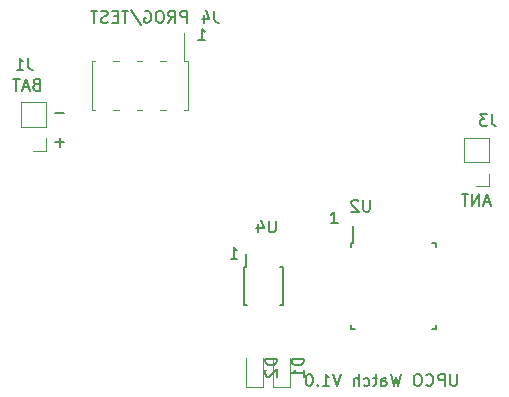
<source format=gbr>
%TF.GenerationSoftware,KiCad,Pcbnew,6.0.9-8da3e8f707~117~ubuntu22.04.1*%
%TF.CreationDate,2022-12-02T16:27:47-05:00*%
%TF.ProjectId,watch,77617463-682e-46b6-9963-61645f706362,rev?*%
%TF.SameCoordinates,Original*%
%TF.FileFunction,Legend,Bot*%
%TF.FilePolarity,Positive*%
%FSLAX46Y46*%
G04 Gerber Fmt 4.6, Leading zero omitted, Abs format (unit mm)*
G04 Created by KiCad (PCBNEW 6.0.9-8da3e8f707~117~ubuntu22.04.1) date 2022-12-02 16:27:47*
%MOMM*%
%LPD*%
G01*
G04 APERTURE LIST*
%ADD10C,0.150000*%
%ADD11C,0.120000*%
G04 APERTURE END LIST*
D10*
X142214285Y-114202380D02*
X142785714Y-114202380D01*
X142500000Y-114202380D02*
X142500000Y-113202380D01*
X142595238Y-113345238D01*
X142690476Y-113440476D01*
X142785714Y-113488095D01*
X164142857Y-109416666D02*
X163666666Y-109416666D01*
X164238095Y-109702380D02*
X163904761Y-108702380D01*
X163571428Y-109702380D01*
X163238095Y-109702380D02*
X163238095Y-108702380D01*
X162666666Y-109702380D01*
X162666666Y-108702380D01*
X162333333Y-108702380D02*
X161761904Y-108702380D01*
X162047619Y-109702380D02*
X162047619Y-108702380D01*
X139464285Y-95702380D02*
X140035714Y-95702380D01*
X139750000Y-95702380D02*
X139750000Y-94702380D01*
X139845238Y-94845238D01*
X139940476Y-94940476D01*
X140035714Y-94988095D01*
X161380952Y-123952380D02*
X161380952Y-124761904D01*
X161333333Y-124857142D01*
X161285714Y-124904761D01*
X161190476Y-124952380D01*
X161000000Y-124952380D01*
X160904761Y-124904761D01*
X160857142Y-124857142D01*
X160809523Y-124761904D01*
X160809523Y-123952380D01*
X160333333Y-124952380D02*
X160333333Y-123952380D01*
X159952380Y-123952380D01*
X159857142Y-124000000D01*
X159809523Y-124047619D01*
X159761904Y-124142857D01*
X159761904Y-124285714D01*
X159809523Y-124380952D01*
X159857142Y-124428571D01*
X159952380Y-124476190D01*
X160333333Y-124476190D01*
X158761904Y-124857142D02*
X158809523Y-124904761D01*
X158952380Y-124952380D01*
X159047619Y-124952380D01*
X159190476Y-124904761D01*
X159285714Y-124809523D01*
X159333333Y-124714285D01*
X159380952Y-124523809D01*
X159380952Y-124380952D01*
X159333333Y-124190476D01*
X159285714Y-124095238D01*
X159190476Y-124000000D01*
X159047619Y-123952380D01*
X158952380Y-123952380D01*
X158809523Y-124000000D01*
X158761904Y-124047619D01*
X158142857Y-123952380D02*
X157952380Y-123952380D01*
X157857142Y-124000000D01*
X157761904Y-124095238D01*
X157714285Y-124285714D01*
X157714285Y-124619047D01*
X157761904Y-124809523D01*
X157857142Y-124904761D01*
X157952380Y-124952380D01*
X158142857Y-124952380D01*
X158238095Y-124904761D01*
X158333333Y-124809523D01*
X158380952Y-124619047D01*
X158380952Y-124285714D01*
X158333333Y-124095238D01*
X158238095Y-124000000D01*
X158142857Y-123952380D01*
X156619047Y-123952380D02*
X156380952Y-124952380D01*
X156190476Y-124238095D01*
X156000000Y-124952380D01*
X155761904Y-123952380D01*
X154952380Y-124952380D02*
X154952380Y-124428571D01*
X155000000Y-124333333D01*
X155095238Y-124285714D01*
X155285714Y-124285714D01*
X155380952Y-124333333D01*
X154952380Y-124904761D02*
X155047619Y-124952380D01*
X155285714Y-124952380D01*
X155380952Y-124904761D01*
X155428571Y-124809523D01*
X155428571Y-124714285D01*
X155380952Y-124619047D01*
X155285714Y-124571428D01*
X155047619Y-124571428D01*
X154952380Y-124523809D01*
X154619047Y-124285714D02*
X154238095Y-124285714D01*
X154476190Y-123952380D02*
X154476190Y-124809523D01*
X154428571Y-124904761D01*
X154333333Y-124952380D01*
X154238095Y-124952380D01*
X153476190Y-124904761D02*
X153571428Y-124952380D01*
X153761904Y-124952380D01*
X153857142Y-124904761D01*
X153904761Y-124857142D01*
X153952380Y-124761904D01*
X153952380Y-124476190D01*
X153904761Y-124380952D01*
X153857142Y-124333333D01*
X153761904Y-124285714D01*
X153571428Y-124285714D01*
X153476190Y-124333333D01*
X153047619Y-124952380D02*
X153047619Y-123952380D01*
X152619047Y-124952380D02*
X152619047Y-124428571D01*
X152666666Y-124333333D01*
X152761904Y-124285714D01*
X152904761Y-124285714D01*
X153000000Y-124333333D01*
X153047619Y-124380952D01*
X151523809Y-123952380D02*
X151190476Y-124952380D01*
X150857142Y-123952380D01*
X150000000Y-124952380D02*
X150571428Y-124952380D01*
X150285714Y-124952380D02*
X150285714Y-123952380D01*
X150380952Y-124095238D01*
X150476190Y-124190476D01*
X150571428Y-124238095D01*
X149571428Y-124857142D02*
X149523809Y-124904761D01*
X149571428Y-124952380D01*
X149619047Y-124904761D01*
X149571428Y-124857142D01*
X149571428Y-124952380D01*
X148904761Y-123952380D02*
X148809523Y-123952380D01*
X148714285Y-124000000D01*
X148666666Y-124047619D01*
X148619047Y-124142857D01*
X148571428Y-124333333D01*
X148571428Y-124571428D01*
X148619047Y-124761904D01*
X148666666Y-124857142D01*
X148714285Y-124904761D01*
X148809523Y-124952380D01*
X148904761Y-124952380D01*
X149000000Y-124904761D01*
X149047619Y-124857142D01*
X149095238Y-124761904D01*
X149142857Y-124571428D01*
X149142857Y-124333333D01*
X149095238Y-124142857D01*
X149047619Y-124047619D01*
X149000000Y-124000000D01*
X148904761Y-123952380D01*
X128130952Y-101821428D02*
X127369047Y-101821428D01*
X151285714Y-111202380D02*
X150714285Y-111202380D01*
X151000000Y-111202380D02*
X151000000Y-110202380D01*
X150904761Y-110345238D01*
X150809523Y-110440476D01*
X150714285Y-110488095D01*
X125738095Y-99428571D02*
X125595238Y-99476190D01*
X125547619Y-99523809D01*
X125500000Y-99619047D01*
X125500000Y-99761904D01*
X125547619Y-99857142D01*
X125595238Y-99904761D01*
X125690476Y-99952380D01*
X126071428Y-99952380D01*
X126071428Y-98952380D01*
X125738095Y-98952380D01*
X125642857Y-99000000D01*
X125595238Y-99047619D01*
X125547619Y-99142857D01*
X125547619Y-99238095D01*
X125595238Y-99333333D01*
X125642857Y-99380952D01*
X125738095Y-99428571D01*
X126071428Y-99428571D01*
X125119047Y-99666666D02*
X124642857Y-99666666D01*
X125214285Y-99952380D02*
X124880952Y-98952380D01*
X124547619Y-99952380D01*
X124357142Y-98952380D02*
X123785714Y-98952380D01*
X124071428Y-99952380D02*
X124071428Y-98952380D01*
X128130952Y-104321428D02*
X127369047Y-104321428D01*
X127750000Y-104702380D02*
X127750000Y-103940476D01*
X138500000Y-94202380D02*
X138500000Y-93202380D01*
X138119047Y-93202380D01*
X138023809Y-93250000D01*
X137976190Y-93297619D01*
X137928571Y-93392857D01*
X137928571Y-93535714D01*
X137976190Y-93630952D01*
X138023809Y-93678571D01*
X138119047Y-93726190D01*
X138500000Y-93726190D01*
X136928571Y-94202380D02*
X137261904Y-93726190D01*
X137500000Y-94202380D02*
X137500000Y-93202380D01*
X137119047Y-93202380D01*
X137023809Y-93250000D01*
X136976190Y-93297619D01*
X136928571Y-93392857D01*
X136928571Y-93535714D01*
X136976190Y-93630952D01*
X137023809Y-93678571D01*
X137119047Y-93726190D01*
X137500000Y-93726190D01*
X136309523Y-93202380D02*
X136119047Y-93202380D01*
X136023809Y-93250000D01*
X135928571Y-93345238D01*
X135880952Y-93535714D01*
X135880952Y-93869047D01*
X135928571Y-94059523D01*
X136023809Y-94154761D01*
X136119047Y-94202380D01*
X136309523Y-94202380D01*
X136404761Y-94154761D01*
X136500000Y-94059523D01*
X136547619Y-93869047D01*
X136547619Y-93535714D01*
X136500000Y-93345238D01*
X136404761Y-93250000D01*
X136309523Y-93202380D01*
X134928571Y-93250000D02*
X135023809Y-93202380D01*
X135166666Y-93202380D01*
X135309523Y-93250000D01*
X135404761Y-93345238D01*
X135452380Y-93440476D01*
X135500000Y-93630952D01*
X135500000Y-93773809D01*
X135452380Y-93964285D01*
X135404761Y-94059523D01*
X135309523Y-94154761D01*
X135166666Y-94202380D01*
X135071428Y-94202380D01*
X134928571Y-94154761D01*
X134880952Y-94107142D01*
X134880952Y-93773809D01*
X135071428Y-93773809D01*
X133738095Y-93154761D02*
X134595238Y-94440476D01*
X133547619Y-93202380D02*
X132976190Y-93202380D01*
X133261904Y-94202380D02*
X133261904Y-93202380D01*
X132642857Y-93678571D02*
X132309523Y-93678571D01*
X132166666Y-94202380D02*
X132642857Y-94202380D01*
X132642857Y-93202380D01*
X132166666Y-93202380D01*
X131785714Y-94154761D02*
X131642857Y-94202380D01*
X131404761Y-94202380D01*
X131309523Y-94154761D01*
X131261904Y-94107142D01*
X131214285Y-94011904D01*
X131214285Y-93916666D01*
X131261904Y-93821428D01*
X131309523Y-93773809D01*
X131404761Y-93726190D01*
X131595238Y-93678571D01*
X131690476Y-93630952D01*
X131738095Y-93583333D01*
X131785714Y-93488095D01*
X131785714Y-93392857D01*
X131738095Y-93297619D01*
X131690476Y-93250000D01*
X131595238Y-93202380D01*
X131357142Y-93202380D01*
X131214285Y-93250000D01*
X130928571Y-93202380D02*
X130357142Y-93202380D01*
X130642857Y-94202380D02*
X130642857Y-93202380D01*
%TO.C,U4*%
X146011904Y-110952380D02*
X146011904Y-111761904D01*
X145964285Y-111857142D01*
X145916666Y-111904761D01*
X145821428Y-111952380D01*
X145630952Y-111952380D01*
X145535714Y-111904761D01*
X145488095Y-111857142D01*
X145440476Y-111761904D01*
X145440476Y-110952380D01*
X144535714Y-111285714D02*
X144535714Y-111952380D01*
X144773809Y-110904761D02*
X145011904Y-111619047D01*
X144392857Y-111619047D01*
%TO.C,U2*%
X154011904Y-109202380D02*
X154011904Y-110011904D01*
X153964285Y-110107142D01*
X153916666Y-110154761D01*
X153821428Y-110202380D01*
X153630952Y-110202380D01*
X153535714Y-110154761D01*
X153488095Y-110107142D01*
X153440476Y-110011904D01*
X153440476Y-109202380D01*
X153011904Y-109297619D02*
X152964285Y-109250000D01*
X152869047Y-109202380D01*
X152630952Y-109202380D01*
X152535714Y-109250000D01*
X152488095Y-109297619D01*
X152440476Y-109392857D01*
X152440476Y-109488095D01*
X152488095Y-109630952D01*
X153059523Y-110202380D01*
X152440476Y-110202380D01*
%TO.C,J3*%
X164333333Y-101952380D02*
X164333333Y-102666666D01*
X164380952Y-102809523D01*
X164476190Y-102904761D01*
X164619047Y-102952380D01*
X164714285Y-102952380D01*
X163952380Y-101952380D02*
X163333333Y-101952380D01*
X163666666Y-102333333D01*
X163523809Y-102333333D01*
X163428571Y-102380952D01*
X163380952Y-102428571D01*
X163333333Y-102523809D01*
X163333333Y-102761904D01*
X163380952Y-102857142D01*
X163428571Y-102904761D01*
X163523809Y-102952380D01*
X163809523Y-102952380D01*
X163904761Y-102904761D01*
X163952380Y-102857142D01*
%TO.C,J4*%
X140833333Y-93202380D02*
X140833333Y-93916666D01*
X140880952Y-94059523D01*
X140976190Y-94154761D01*
X141119047Y-94202380D01*
X141214285Y-94202380D01*
X139928571Y-93535714D02*
X139928571Y-94202380D01*
X140166666Y-93154761D02*
X140404761Y-93869047D01*
X139785714Y-93869047D01*
%TO.C,D1*%
X148382380Y-122636904D02*
X147382380Y-122636904D01*
X147382380Y-122875000D01*
X147430000Y-123017857D01*
X147525238Y-123113095D01*
X147620476Y-123160714D01*
X147810952Y-123208333D01*
X147953809Y-123208333D01*
X148144285Y-123160714D01*
X148239523Y-123113095D01*
X148334761Y-123017857D01*
X148382380Y-122875000D01*
X148382380Y-122636904D01*
X148382380Y-124160714D02*
X148382380Y-123589285D01*
X148382380Y-123875000D02*
X147382380Y-123875000D01*
X147525238Y-123779761D01*
X147620476Y-123684523D01*
X147668095Y-123589285D01*
%TO.C,J1*%
X125083333Y-97202380D02*
X125083333Y-97916666D01*
X125130952Y-98059523D01*
X125226190Y-98154761D01*
X125369047Y-98202380D01*
X125464285Y-98202380D01*
X124083333Y-98202380D02*
X124654761Y-98202380D01*
X124369047Y-98202380D02*
X124369047Y-97202380D01*
X124464285Y-97345238D01*
X124559523Y-97440476D01*
X124654761Y-97488095D01*
%TO.C,D2*%
X146132380Y-122636904D02*
X145132380Y-122636904D01*
X145132380Y-122875000D01*
X145180000Y-123017857D01*
X145275238Y-123113095D01*
X145370476Y-123160714D01*
X145560952Y-123208333D01*
X145703809Y-123208333D01*
X145894285Y-123160714D01*
X145989523Y-123113095D01*
X146084761Y-123017857D01*
X146132380Y-122875000D01*
X146132380Y-122636904D01*
X145227619Y-123589285D02*
X145180000Y-123636904D01*
X145132380Y-123732142D01*
X145132380Y-123970238D01*
X145180000Y-124065476D01*
X145227619Y-124113095D01*
X145322857Y-124160714D01*
X145418095Y-124160714D01*
X145560952Y-124113095D01*
X146132380Y-123541666D01*
X146132380Y-124160714D01*
%TO.C,U4*%
X146625000Y-114875000D02*
X146625000Y-118125000D01*
X146625000Y-118125000D02*
X146400000Y-118125000D01*
X146625000Y-114875000D02*
X146400000Y-114875000D01*
X143375000Y-114875000D02*
X143500000Y-114875000D01*
X143375000Y-114875000D02*
X143375000Y-118125000D01*
X143500000Y-114875000D02*
X143500000Y-113800000D01*
X143375000Y-118125000D02*
X143600000Y-118125000D01*
%TO.C,U2*%
X152375000Y-112875000D02*
X152375000Y-113200000D01*
X159625000Y-120125000D02*
X159300000Y-120125000D01*
X159625000Y-112875000D02*
X159300000Y-112875000D01*
X159625000Y-120125000D02*
X159625000Y-119800000D01*
X152375000Y-120125000D02*
X152375000Y-119800000D01*
X152600000Y-112875000D02*
X152600000Y-111450000D01*
X159625000Y-112875000D02*
X159625000Y-113200000D01*
X152375000Y-120125000D02*
X152700000Y-120125000D01*
X152375000Y-112875000D02*
X152600000Y-112875000D01*
D11*
%TO.C,J3*%
X163000000Y-108060000D02*
X164060000Y-108060000D01*
X164060000Y-106000000D02*
X164060000Y-103940000D01*
X161940000Y-103940000D02*
X164060000Y-103940000D01*
X161940000Y-106000000D02*
X164060000Y-106000000D01*
X164060000Y-108060000D02*
X164060000Y-107000000D01*
X161940000Y-106000000D02*
X161940000Y-103940000D01*
%TO.C,J4*%
X138560000Y-101560000D02*
X138260000Y-101560000D01*
X136740000Y-101560000D02*
X136260000Y-101560000D01*
X138260000Y-97440000D02*
X138260000Y-95060000D01*
X132740000Y-101560000D02*
X132260000Y-101560000D01*
X138560000Y-97440000D02*
X138260000Y-97440000D01*
X130440000Y-101560000D02*
X130440000Y-97440000D01*
X134740000Y-97440000D02*
X134260000Y-97440000D01*
X134740000Y-101560000D02*
X134260000Y-101560000D01*
X138560000Y-101560000D02*
X138560000Y-97440000D01*
X130740000Y-97440000D02*
X130440000Y-97440000D01*
X132740000Y-97440000D02*
X132260000Y-97440000D01*
X130740000Y-101560000D02*
X130440000Y-101560000D01*
X136740000Y-97440000D02*
X136260000Y-97440000D01*
%TO.C,D1*%
X145765000Y-125035000D02*
X145765000Y-122575000D01*
X147235000Y-122575000D02*
X147235000Y-125035000D01*
X147235000Y-125035000D02*
X145765000Y-125035000D01*
%TO.C,J1*%
X126560000Y-103000000D02*
X126560000Y-100940000D01*
X126560000Y-105060000D02*
X126560000Y-104000000D01*
X124440000Y-103000000D02*
X124440000Y-100940000D01*
X124440000Y-103000000D02*
X126560000Y-103000000D01*
X125500000Y-105060000D02*
X126560000Y-105060000D01*
X124440000Y-100940000D02*
X126560000Y-100940000D01*
%TO.C,D2*%
X144985000Y-122575000D02*
X144985000Y-125035000D01*
X144985000Y-125035000D02*
X143515000Y-125035000D01*
X143515000Y-125035000D02*
X143515000Y-122575000D01*
%TD*%
M02*

</source>
